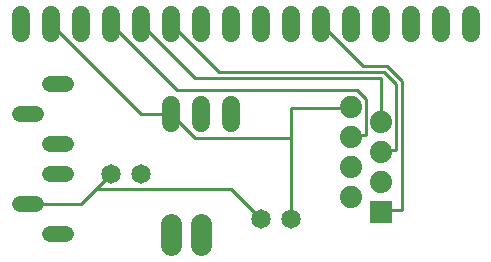
<source format=gbl>
G75*
G70*
%OFA0B0*%
%FSLAX24Y24*%
%IPPOS*%
%LPD*%
%AMOC8*
5,1,8,0,0,1.08239X$1,22.5*
%
%ADD10C,0.0600*%
%ADD11C,0.0740*%
%ADD12R,0.0740X0.0740*%
%ADD13C,0.0520*%
%ADD14C,0.0650*%
%ADD15C,0.0709*%
%ADD16C,0.0100*%
D10*
X007078Y004801D02*
X007078Y005401D01*
X008078Y005401D02*
X008078Y004801D01*
X009078Y004801D02*
X009078Y005401D01*
X009078Y007801D02*
X009078Y008401D01*
X008078Y008401D02*
X008078Y007801D01*
X007078Y007801D02*
X007078Y008401D01*
X006078Y008401D02*
X006078Y007801D01*
X005078Y007801D02*
X005078Y008401D01*
X004078Y008401D02*
X004078Y007801D01*
X003078Y007801D02*
X003078Y008401D01*
X002078Y008401D02*
X002078Y007801D01*
X010078Y007801D02*
X010078Y008401D01*
X011078Y008401D02*
X011078Y007801D01*
X012078Y007801D02*
X012078Y008401D01*
X013078Y008401D02*
X013078Y007801D01*
X014078Y007801D02*
X014078Y008401D01*
X015078Y008401D02*
X015078Y007801D01*
X016078Y007801D02*
X016078Y008401D01*
X017078Y008401D02*
X017078Y007801D01*
D11*
X013078Y005351D03*
X014078Y004851D03*
X013078Y004351D03*
X014078Y003851D03*
X013078Y003351D03*
X014078Y002851D03*
X013078Y002351D03*
D12*
X014078Y001851D03*
D13*
X003588Y001101D02*
X003068Y001101D01*
X002588Y002101D02*
X002068Y002101D01*
X003068Y003101D02*
X003588Y003101D01*
X003588Y004101D02*
X003068Y004101D01*
X002588Y005101D02*
X002068Y005101D01*
X003068Y006101D02*
X003588Y006101D01*
D14*
X005078Y003101D03*
X006078Y003101D03*
X010078Y001601D03*
X011078Y001601D03*
D15*
X008078Y001455D02*
X008078Y000746D01*
X007078Y000746D02*
X007078Y001455D01*
D16*
X009078Y002601D02*
X004578Y002601D01*
X005078Y003101D01*
X004578Y002601D02*
X004078Y002101D01*
X002328Y002101D01*
X007078Y005101D02*
X007878Y004301D01*
X011078Y004301D01*
X011078Y001601D01*
X010078Y001601D02*
X009078Y002601D01*
X011078Y004301D02*
X011078Y005301D01*
X013078Y005301D01*
X013078Y005351D01*
X013578Y005601D02*
X013578Y004401D01*
X013078Y004401D01*
X013078Y004351D01*
X014078Y003901D02*
X014078Y003851D01*
X014078Y003901D02*
X014578Y003901D01*
X014578Y006101D01*
X014178Y006501D01*
X008678Y006501D01*
X007078Y008101D01*
X006078Y008101D02*
X007878Y006301D01*
X014078Y006301D01*
X014078Y004851D01*
X013578Y005601D02*
X013278Y005901D01*
X007278Y005901D01*
X005078Y008101D01*
X003078Y008101D02*
X006078Y005101D01*
X007078Y005101D01*
X012078Y008101D02*
X013478Y006701D01*
X014278Y006701D01*
X014778Y006201D01*
X014778Y001901D01*
X014078Y001901D01*
X014078Y001851D01*
M02*

</source>
